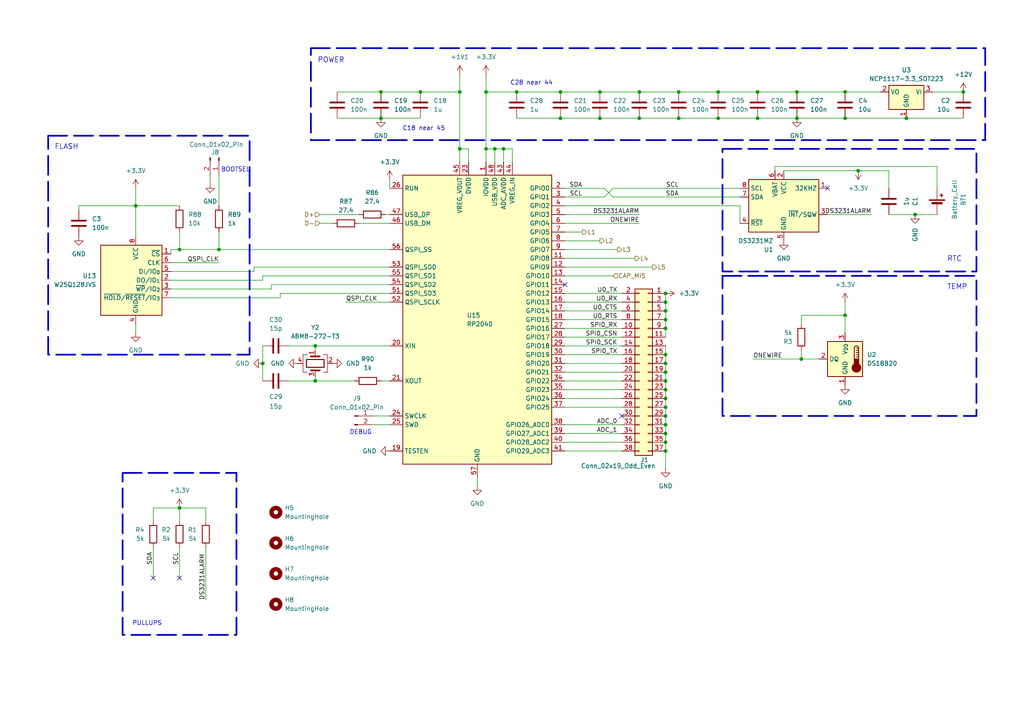
<source format=kicad_sch>
(kicad_sch (version 20250114) (generator "eeschema") (generator_version "9.0")
  (paper "A4")
  (title_block (title "6 digit nixie clock") (date "2025-04-11") (rev "0.1") (company "Tomas Kouba"))
  (lib_symbols
    (symbol "Connector:Conn_01x02_Pin" (pin_names (offset 1.016) (hide yes))
      (property "Reference" "J" (at 0 2.54 0))
      (property "Value" "Conn_01x02_Pin" (at 0 -5.08 0))
      (symbol "Conn_01x02_Pin_1_1"
        (rectangle (start 0.8636 0.127) (end 0 -0.127) (stroke (width 0.1524)) (fill (type outline)))
        (rectangle (start 0.8636 -2.413) (end 0 -2.667) (stroke (width 0.1524)) (fill (type outline)))
        (polyline (pts (xy 1.27 0) (xy 0.8636 0)) (stroke (width 0.1524)))
        (polyline (pts (xy 1.27 -2.54) (xy 0.8636 -2.54)) (stroke (width 0.1524)))
        (pin passive line (at 5.08 0 180) (length 3.81) (name "Pin_1") (number "1"))
        (pin passive line (at 5.08 -2.54 180) (length 3.81) (name "Pin_2") (number "2"))
      )
    )
    (symbol "Connector_Generic:Conn_02x19_Odd_Even" (pin_names (offset 1.016) (hide yes))
      (property "Reference" "J" (at 1.27 25.4 0))
      (property "Value" "Conn_02x19_Odd_Even" (at 1.27 -25.4 0))
      (symbol "Conn_02x19_Odd_Even_1_1"
        (rectangle (start -1.27 24.13) (end 3.81 -24.13) (stroke (width 0.254)) (fill (type background)))
        (rectangle (start -1.27 22.987) (end 0 22.733) (stroke (width 0.1524)))
        (rectangle (start -1.27 20.447) (end 0 20.193) (stroke (width 0.1524)))
        (rectangle (start -1.27 17.907) (end 0 17.653) (stroke (width 0.1524)))
        (rectangle (start -1.27 15.367) (end 0 15.113) (stroke (width 0.1524)))
        (rectangle (start -1.27 12.827) (end 0 12.573) (stroke (width 0.1524)))
        (rectangle (start -1.27 10.287) (end 0 10.033) (stroke (width 0.1524)))
        (rectangle (start -1.27 7.747) (end 0 7.493) (stroke (width 0.1524)))
        (rectangle (start -1.27 5.207) (end 0 4.953) (stroke (width 0.1524)))
        (rectangle (start -1.27 2.667) (end 0 2.413) (stroke (width 0.1524)))
        (rectangle (start -1.27 0.127) (end 0 -0.127) (stroke (width 0.1524)))
        (rectangle (start -1.27 -2.413) (end 0 -2.667) (stroke (width 0.1524)))
        (rectangle (start -1.27 -4.953) (end 0 -5.207) (stroke (width 0.1524)))
        (rectangle (start -1.27 -7.493) (end 0 -7.747) (stroke (width 0.1524)))
        (rectangle (start -1.27 -10.033) (end 0 -10.287) (stroke (width 0.1524)))
        (rectangle (start -1.27 -12.573) (end 0 -12.827) (stroke (width 0.1524)))
        (rectangle (start -1.27 -15.113) (end 0 -15.367) (stroke (width 0.1524)))
        (rectangle (start -1.27 -17.653) (end 0 -17.907) (stroke (width 0.1524)))
        (rectangle (start -1.27 -20.193) (end 0 -20.447) (stroke (width 0.1524)))
        (rectangle (start -1.27 -22.733) (end 0 -22.987) (stroke (width 0.1524)))
        (rectangle (start 3.81 22.987) (end 2.54 22.733) (stroke (width 0.1524)))
        (rectangle (start 3.81 20.447) (end 2.54 20.193) (stroke (width 0.1524)))
        (rectangle (start 3.81 17.907) (end 2.54 17.653) (stroke (width 0.1524)))
        (rectangle (start 3.81 15.367) (end 2.54 15.113) (stroke (width 0.1524)))
        (rectangle (start 3.81 12.827) (end 2.54 12.573) (stroke (width 0.1524)))
        (rectangle (start 3.81 10.287) (end 2.54 10.033) (stroke (width 0.1524)))
        (rectangle (start 3.81 7.747) (end 2.54 7.493) (stroke (width 0.1524)))
        (rectangle (start 3.81 5.207) (end 2.54 4.953) (stroke (width 0.1524)))
        (rectangle (start 3.81 2.667) (end 2.54 2.413) (stroke (width 0.1524)))
        (rectangle (start 3.81 0.127) (end 2.54 -0.127) (stroke (width 0.1524)))
        (rectangle (start 3.81 -2.413) (end 2.54 -2.667) (stroke (width 0.1524)))
        (rectangle (start 3.81 -4.953) (end 2.54 -5.207) (stroke (width 0.1524)))
        (rectangle (start 3.81 -7.493) (end 2.54 -7.747) (stroke (width 0.1524)))
        (rectangle (start 3.81 -10.033) (end 2.54 -10.287) (stroke (width 0.1524)))
        (rectangle (start 3.81 -12.573) (end 2.54 -12.827) (stroke (width 0.1524)))
        (rectangle (start 3.81 -15.113) (end 2.54 -15.367) (stroke (width 0.1524)))
        (rectangle (start 3.81 -17.653) (end 2.54 -17.907) (stroke (width 0.1524)))
        (rectangle (start 3.81 -20.193) (end 2.54 -20.447) (stroke (width 0.1524)))
        (rectangle (start 3.81 -22.733) (end 2.54 -22.987) (stroke (width 0.1524)))
        (pin passive line (at -5.08 22.86 0) (length 3.81) (name "Pin_1") (number "1"))
        (pin passive line (at -5.08 20.32 0) (length 3.81) (name "Pin_3") (number "3"))
        (pin passive line (at -5.08 17.78 0) (length 3.81) (name "Pin_5") (number "5"))
        (pin passive line (at -5.08 15.24 0) (length 3.81) (name "Pin_7") (number "7"))
        (pin passive line (at -5.08 12.7 0) (length 3.81) (name "Pin_9") (number "9"))
        (pin passive line (at -5.08 10.16 0) (length 3.81) (name "Pin_11") (number "11"))
        (pin passive line (at -5.08 7.62 0) (length 3.81) (name "Pin_13") (number "13"))
        (pin passive line (at -5.08 5.08 0) (length 3.81) (name "Pin_15") (number "15"))
        (pin passive line (at -5.08 2.54 0) (length 3.81) (name "Pin_17") (number "17"))
        (pin passive line (at -5.08 0 0) (length 3.81) (name "Pin_19") (number "19"))
        (pin passive line (at -5.08 -2.54 0) (length 3.81) (name "Pin_21") (number "21"))
        (pin passive line (at -5.08 -5.08 0) (length 3.81) (name "Pin_23") (number "23"))
        (pin passive line (at -5.08 -7.62 0) (length 3.81) (name "Pin_25") (number "25"))
        (pin passive line (at -5.08 -10.16 0) (length 3.81) (name "Pin_27") (number "27"))
        (pin passive line (at -5.08 -12.7 0) (length 3.81) (name "Pin_29") (number "29"))
        (pin passive line (at -5.08 -15.24 0) (length 3.81) (name "Pin_31") (number "31"))
        (pin passive line (at -5.08 -17.78 0) (length 3.81) (name "Pin_33") (number "33"))
        (pin passive line (at -5.08 -20.32 0) (length 3.81) (name "Pin_35") (number "35"))
        (pin passive line (at -5.08 -22.86 0) (length 3.81) (name "Pin_37") (number "37"))
        (pin passive line (at 7.62 22.86 180) (length 3.81) (name "Pin_2") (number "2"))
        (pin passive line (at 7.62 20.32 180) (length 3.81) (name "Pin_4") (number "4"))
        (pin passive line (at 7.62 17.78 180) (length 3.81) (name "Pin_6") (number "6"))
        (pin passive line (at 7.62 15.24 180) (length 3.81) (name "Pin_8") (number "8"))
        (pin passive line (at 7.62 12.7 180) (length 3.81) (name "Pin_10") (number "10"))
        (pin passive line (at 7.62 10.16 180) (length 3.81) (name "Pin_12") (number "12"))
        (pin passive line (at 7.62 7.62 180) (length 3.81) (name "Pin_14") (number "14"))
        (pin passive line (at 7.62 5.08 180) (length 3.81) (name "Pin_16") (number "16"))
        (pin passive line (at 7.62 2.54 180) (length 3.81) (name "Pin_18") (number "18"))
        (pin passive line (at 7.62 0 180) (length 3.81) (name "Pin_20") (number "20"))
        (pin passive line (at 7.62 -2.54 180) (length 3.81) (name "Pin_22") (number "22"))
        (pin passive line (at 7.62 -5.08 180) (length 3.81) (name "Pin_24") (number "24"))
        (pin passive line (at 7.62 -7.62 180) (length 3.81) (name "Pin_26") (number "26"))
        (pin passive line (at 7.62 -10.16 180) (length 3.81) (name "Pin_28") (number "28"))
        (pin passive line (at 7.62 -12.7 180) (length 3.81) (name "Pin_30") (number "30"))
        (pin passive line (at 7.62 -15.24 180) (length 3.81) (name "Pin_32") (number "32"))
        (pin passive line (at 7.62 -17.78 180) (length 3.81) (name "Pin_34") (number "34"))
        (pin passive line (at 7.62 -20.32 180) (length 3.81) (name "Pin_36") (number "36"))
        (pin passive line (at 7.62 -22.86 180) (length 3.81) (name "Pin_38") (number "38"))
      )
    )
    (symbol "Device:Battery_Cell" (pin_numbers (hide yes)) (pin_names (offset 0) (hide yes))
      (property "Reference" "BT" (at 2.54 2.54 0))
      (property "Value" "Battery_Cell" (at 2.54 0 0))
      (symbol "Battery_Cell_0_1"
        (rectangle (start -2.286 1.778) (end 2.286 1.524) (fill (type outline)))
        (rectangle (start -1.524 1.016) (end 1.524 0.508) (fill (type outline)))
        (polyline (pts (xy 0 1.778) (xy 0 2.54)))
        (polyline (pts (xy 0 0.762) (xy 0 0)))
        (polyline (pts (xy 0.762 3.048) (xy 1.778 3.048)) (stroke (width 0.254)))
        (polyline (pts (xy 1.27 3.556) (xy 1.27 2.54)) (stroke (width 0.254)))
      )
      (symbol "Battery_Cell_1_1"
        (pin passive line (at 0 5.08 270) (length 2.54) (name "+") (number "1"))
        (pin passive line (at 0 -2.54 90) (length 2.54) (name "-") (number "2"))
      )
    )
    (symbol "Device:C" (pin_numbers (hide yes)) (pin_names (offset 0.254))
      (property "Reference" "C" (at 0.635 2.54 0))
      (property "Value" "C" (at 0.635 -2.54 0))
      (symbol "C_0_1"
        (polyline (pts (xy -2.032 0.762) (xy 2.032 0.762)) (stroke (width 0.508)))
        (polyline (pts (xy -2.032 -0.762) (xy 2.032 -0.762)) (stroke (width 0.508)))
      )
      (symbol "C_1_1"
        (pin passive line (at 0 3.81 270) (length 2.794) (name "~") (number "1"))
        (pin passive line (at 0 -3.81 90) (length 2.794) (name "~") (number "2"))
      )
    )
    (symbol "Device:Crystal_GND24" (pin_names (offset 1.016) (hide yes))
      (property "Reference" "Y" (at 3.175 5.08 0))
      (property "Value" "Crystal_GND24" (at 3.175 3.175 0))
      (symbol "Crystal_GND24_0_1"
        (polyline (pts (xy -2.54 2.286) (xy -2.54 3.556) (xy 2.54 3.556) (xy 2.54 2.286)))
        (polyline (pts (xy -2.54 0) (xy -2.032 0)))
        (polyline (pts (xy -2.54 -2.286) (xy -2.54 -3.556) (xy 2.54 -3.556) (xy 2.54 -2.286)))
        (polyline (pts (xy -2.032 -1.27) (xy -2.032 1.27)) (stroke (width 0.508)))
        (rectangle (start -1.143 2.54) (end 1.143 -2.54) (stroke (width 0.3048)))
        (polyline (pts (xy 0 3.556) (xy 0 3.81)))
        (polyline (pts (xy 0 -3.81) (xy 0 -3.556)))
        (polyline (pts (xy 2.032 0) (xy 2.54 0)))
        (polyline (pts (xy 2.032 -1.27) (xy 2.032 1.27)) (stroke (width 0.508)))
      )
      (symbol "Crystal_GND24_1_1"
        (pin passive line (at -3.81 0 0) (length 1.27) (name "1") (number "1"))
        (pin passive line (at 0 5.08 270) (length 1.27) (name "2") (number "2"))
        (pin passive line (at 0 -5.08 90) (length 1.27) (name "4") (number "4"))
        (pin passive line (at 3.81 0 180) (length 1.27) (name "3") (number "3"))
      )
    )
    (symbol "Device:R" (pin_numbers (hide yes)) (pin_names (offset 0))
      (property "Reference" "R" (at 2.032 0 90))
      (property "Value" "R" (at 0 0 90))
      (symbol "R_0_1"
        (rectangle (start -1.016 -2.54) (end 1.016 2.54) (stroke (width 0.254)))
      )
      (symbol "R_1_1"
        (pin passive line (at 0 3.81 270) (length 1.27) (name "~") (number "1"))
        (pin passive line (at 0 -3.81 90) (length 1.27) (name "~") (number "2"))
      )
    )
    (symbol "MCU_RaspberryPi:RP2040"
      (property "Reference" "U" (at 17.78 45.72 0))
      (property "Value" "RP2040" (at 17.78 43.18 0))
      (symbol "RP2040_0_1"
        (rectangle (start -21.59 41.91) (end 21.59 -41.91) (stroke (width 0.254)) (fill (type background)))
      )
      (symbol "RP2040_1_1"
        (pin input line (at -25.4 38.1 0) (length 3.81) (name "RUN") (number "26"))
        (pin bidirectional line (at -25.4 30.48 0) (length 3.81) (name "USB_DP") (number "47"))
        (pin bidirectional line (at -25.4 27.94 0) (length 3.81) (name "USB_DM") (number "46"))
        (pin bidirectional line (at -25.4 20.32 0) (length 3.81) (name "QSPI_SS") (number "56"))
        (pin bidirectional line (at -25.4 15.24 0) (length 3.81) (name "QSPI_SD0") (number "53"))
        (pin bidirectional line (at -25.4 12.7 0) (length 3.81) (name "QSPI_SD1") (number "55"))
        (pin bidirectional line (at -25.4 10.16 0) (length 3.81) (name "QSPI_SD2") (number "54"))
        (pin bidirectional line (at -25.4 7.62 0) (length 3.81) (name "QSPI_SD3") (number "51"))
        (pin output line (at -25.4 5.08 0) (length 3.81) (name "QSPI_SCLK") (number "52"))
        (pin input line (at -25.4 -7.62 0) (length 3.81) (name "XIN") (number "20"))
        (pin passive line (at -25.4 -17.78 0) (length 3.81) (name "XOUT") (number "21"))
        (pin input line (at -25.4 -27.94 0) (length 3.81) (name "SWCLK") (number "24"))
        (pin bidirectional line (at -25.4 -30.48 0) (length 3.81) (name "SWD") (number "25"))
        (pin input line (at -25.4 -38.1 0) (length 3.81) (name "TESTEN") (number "19"))
        (pin power_out line (at -5.08 45.72 270) (length 3.81) (name "VREG_VOUT") (number "45"))
        (pin power_in line (at -2.54 45.72 270) (length 3.81) (name "DVDD") (number "23"))
        (pin passive line (at -2.54 45.72 270) (length 3.81) (hide yes) (name "DVDD") (number "50"))
        (pin power_in line (at 0 -45.72 90) (length 3.81) (name "GND") (number "57"))
        (pin power_in line (at 2.54 45.72 270) (length 3.81) (name "IOVDD") (number "1"))
        (pin passive line (at 2.54 45.72 270) (length 3.81) (hide yes) (name "IOVDD") (number "10"))
        (pin passive line (at 2.54 45.72 270) (length 3.81) (hide yes) (name "IOVDD") (number "22"))
        (pin passive line (at 2.54 45.72 270) (length 3.81) (hide yes) (name "IOVDD") (number "33"))
        (pin passive line (at 2.54 45.72 270) (length 3.81) (hide yes) (name "IOVDD") (number "42"))
        (pin passive line (at 2.54 45.72 270) (length 3.81) (hide yes) (name "IOVDD") (number "49"))
        (pin power_in line (at 5.08 45.72 270) (length 3.81) (name "USB_VDD") (number "48"))
        (pin power_in line (at 7.62 45.72 270) (length 3.81) (name "ADC_AVDD") (number "43"))
        (pin power_in line (at 10.16 45.72 270) (length 3.81) (name "VREG_IN") (number "44"))
        (pin bidirectional line (at 25.4 38.1 180) (length 3.81) (name "GPIO0") (number "2"))
        (pin bidirectional line (at 25.4 35.56 180) (length 3.81) (name "GPIO1") (number "3"))
        (pin bidirectional line (at 25.4 33.02 180) (length 3.81) (name "GPIO2") (number "4"))
        (pin bidirectional line (at 25.4 30.48 180) (length 3.81) (name "GPIO3") (number "5"))
        (pin bidirectional line (at 25.4 27.94 180) (length 3.81) (name "GPIO4") (number "6"))
        (pin bidirectional line (at 25.4 25.4 180) (length 3.81) (name "GPIO5") (number "7"))
        (pin bidirectional line (at 25.4 22.86 180) (length 3.81) (name "GPIO6") (number "8"))
        (pin bidirectional line (at 25.4 20.32 180) (length 3.81) (name "GPIO7") (number "9"))
        (pin bidirectional line (at 25.4 17.78 180) (length 3.81) (name "GPIO8") (number "11"))
        (pin bidirectional line (at 25.4 15.24 180) (length 3.81) (name "GPIO9") (number "12"))
        (pin bidirectional line (at 25.4 12.7 180) (length 3.81) (name "GPIO10") (number "13"))
        (pin bidirectional line (at 25.4 10.16 180) (length 3.81) (name "GPIO11") (number "14"))
        (pin bidirectional line (at 25.4 7.62 180) (length 3.81) (name "GPIO12") (number "15"))
        (pin bidirectional line (at 25.4 5.08 180) (length 3.81) (name "GPIO13") (number "16"))
        (pin bidirectional line (at 25.4 2.54 180) (length 3.81) (name "GPIO14") (number "17"))
        (pin bidirectional line (at 25.4 0 180) (length 3.81) (name "GPIO15") (number "18"))
        (pin bidirectional line (at 25.4 -2.54 180) (length 3.81) (name "GPIO16") (number "27"))
        (pin bidirectional line (at 25.4 -5.08 180) (length 3.81) (name "GPIO17") (number "28"))
        (pin bidirectional line (at 25.4 -7.62 180) (length 3.81) (name "GPIO18") (number "29"))
        (pin bidirectional line (at 25.4 -10.16 180) (length 3.81) (name "GPIO19") (number "30"))
        (pin bidirectional line (at 25.4 -12.7 180) (length 3.81) (name "GPIO20") (number "31"))
        (pin bidirectional line (at 25.4 -15.24 180) (length 3.81) (name "GPIO21") (number "32"))
        (pin bidirectional line (at 25.4 -17.78 180) (length 3.81) (name "GPIO22") (number "34"))
        (pin bidirectional line (at 25.4 -20.32 180) (length 3.81) (name "GPIO23") (number "35"))
        (pin bidirectional line (at 25.4 -22.86 180) (length 3.81) (name "GPIO24") (number "36"))
        (pin bidirectional line (at 25.4 -25.4 180) (length 3.81) (name "GPIO25") (number "37"))
        (pin bidirectional line (at 25.4 -30.48 180) (length 3.81) (name "GPIO26_ADC0") (number "38"))
        (pin bidirectional line (at 25.4 -33.02 180) (length 3.81) (name "GPIO27_ADC1") (number "39"))
        (pin bidirectional line (at 25.4 -35.56 180) (length 3.81) (name "GPIO28_ADC2") (number "40"))
        (pin bidirectional line (at 25.4 -38.1 180) (length 3.81) (name "GPIO29_ADC3") (number "41"))
      )
    )
    (symbol "Mechanical:MountingHole" (pin_names (offset 1.016)) (exclude_from_sim yes) (in_bom no)
      (property "Reference" "H" (at 0 5.08 0))
      (property "Value" "MountingHole" (at 0 3.175 0))
      (symbol "MountingHole_0_1"
        (circle (center 0 0) (radius 1.27) (stroke (width 1.27)))
      )
    )
    (symbol "Memory_Flash:W25Q128JVS"
      (property "Reference" "U" (at -6.35 11.43 0))
      (property "Value" "W25Q128JVS" (at 7.62 11.43 0))
      (symbol "W25Q128JVS_0_1"
        (rectangle (start -7.62 10.16) (end 10.16 -10.16) (stroke (width 0.254)) (fill (type background)))
      )
      (symbol "W25Q128JVS_1_1"
        (pin input line (at -10.16 7.62 0) (length 2.54) (name "~{CS}") (number "1"))
        (pin input line (at -10.16 5.08 0) (length 2.54) (name "CLK") (number "6"))
        (pin bidirectional line (at -10.16 2.54 0) (length 2.54) (name "DI/IO_{0}") (number "5"))
        (pin bidirectional line (at -10.16 0 0) (length 2.54) (name "DO/IO_{1}") (number "2"))
        (pin bidirectional line (at -10.16 -2.54 0) (length 2.54) (name "~{WP}/IO_{2}") (number "3"))
        (pin bidirectional line (at -10.16 -5.08 0) (length 2.54) (name "~{HOLD}/~{RESET}/IO_{3}") (number "7"))
        (pin power_in line (at 0 12.7 270) (length 2.54) (name "VCC") (number "8"))
        (pin power_in line (at 0 -12.7 90) (length 2.54) (name "GND") (number "4"))
      )
    )
    (symbol "Regulator_Linear:NCP1117-3.3_SOT223"
      (property "Reference" "U" (at -3.81 3.175 0))
      (property "Value" "NCP1117-3.3_SOT223" (at 0 3.175 0))
      (symbol "NCP1117-3.3_SOT223_0_1"
        (rectangle (start -5.08 -5.08) (end 5.08 1.905) (stroke (width 0.254)) (fill (type background)))
      )
      (symbol "NCP1117-3.3_SOT223_1_1"
        (pin power_in line (at -7.62 0 0) (length 2.54) (name "VI") (number "3"))
        (pin power_in line (at 0 -7.62 90) (length 2.54) (name "GND") (number "1"))
        (pin power_out line (at 7.62 0 180) (length 2.54) (name "VO") (number "2"))
      )
    )
    (symbol "Sensor_Temperature:DS18B20"
      (property "Reference" "U" (at -3.81 6.35 0))
      (property "Value" "DS18B20" (at 6.35 6.35 0))
      (symbol "DS18B20_0_1"
        (rectangle (start -5.08 5.08) (end 5.08 -5.08) (stroke (width 0.254)) (fill (type background)))
        (polyline (pts (xy -3.937 3.175) (xy -3.937 0)) (stroke (width 0.254)))
        (polyline (pts (xy -3.937 3.175) (xy -3.302 3.175)) (stroke (width 0.254)))
        (polyline (pts (xy -3.937 2.54) (xy -3.302 2.54)) (stroke (width 0.254)))
        (polyline (pts (xy -3.937 1.905) (xy -3.302 1.905)) (stroke (width 0.254)))
        (polyline (pts (xy -3.937 1.27) (xy -3.302 1.27)) (stroke (width 0.254)))
        (polyline (pts (xy -3.937 0.635) (xy -3.302 0.635)) (stroke (width 0.254)))
        (arc (start -3.937 3.175) (mid -3.302 3.8073) (end -2.667 3.175) (stroke (width 0.254)))
        (circle (center -3.302 -2.54) (radius 1.27) (stroke (width 0.254)) (fill (type outline)))
        (polyline (pts (xy -2.667 3.175) (xy -2.667 0)) (stroke (width 0.254)))
        (rectangle (start -2.667 -1.905) (end -3.937 0) (stroke (width 0.254)) (fill (type outline)))
      )
      (symbol "DS18B20_1_1"
        (pin power_in line (at 0 7.62 270) (length 2.54) (name "V_{DD}") (number "3"))
        (pin power_in line (at 0 -7.62 90) (length 2.54) (name "GND") (number "1"))
        (pin bidirectional line (at 7.62 0 180) (length 2.54) (name "DQ") (number "2"))
      )
    )
    (symbol "Timer_RTC:DS3231MZ"
      (property "Reference" "U" (at -7.62 8.89 0))
      (property "Value" "DS3231MZ" (at 11.43 8.89 0))
      (symbol "DS3231MZ_0_1"
        (rectangle (start -10.16 7.62) (end 10.16 -7.62) (stroke (width 0.254)) (fill (type background)))
      )
      (symbol "DS3231MZ_1_1"
        (pin input line (at -12.7 5.08 0) (length 2.54) (name "SCL") (number "8"))
        (pin bidirectional line (at -12.7 2.54 0) (length 2.54) (name "SDA") (number "7"))
        (pin bidirectional line (at -12.7 -5.08 0) (length 2.54) (name "~{RST}") (number "4"))
        (pin power_in line (at -2.54 10.16 270) (length 2.54) (name "VBAT") (number "6"))
        (pin power_in line (at 0 10.16 270) (length 2.54) (name "VCC") (number "2"))
        (pin power_in line (at 0 -10.16 90) (length 2.54) (name "GND") (number "5"))
        (pin open_collector line (at 12.7 5.08 180) (length 2.54) (name "32KHZ") (number "1"))
        (pin open_collector line (at 12.7 -2.54 180) (length 2.54) (name "~{INT}/SQW") (number "3"))
      )
    )
    (symbol "power:+12V" (power) (pin_numbers (hide yes)) (pin_names (offset 0) (hide yes))
      (property "Value" "+12V" (at 0 3.556 0))
      (symbol "+12V_0_1"
        (polyline (pts (xy -0.762 1.27) (xy 0 2.54)))
        (polyline (pts (xy 0 2.54) (xy 0.762 1.27)))
        (polyline (pts (xy 0 0) (xy 0 2.54)))
      )
      (symbol "+12V_1_1"
        (pin power_in line (at 0 0 90) (length 0) (name "~") (number "1"))
      )
    )
    (symbol "power:+1V1" (power) (pin_numbers (hide yes)) (pin_names (offset 0) (hide yes))
      (property "Value" "+1V1" (at 0 3.556 0))
      (symbol "+1V1_0_1"
        (polyline (pts (xy -0.762 1.27) (xy 0 2.54)))
        (polyline (pts (xy 0 2.54) (xy 0.762 1.27)))
        (polyline (pts (xy 0 0) (xy 0 2.54)))
      )
      (symbol "+1V1_1_1"
        (pin power_in line (at 0 0 90) (length 0) (name "~") (number "1"))
      )
    )
    (symbol "power:+3.3V" (power) (pin_numbers (hide yes)) (pin_names (offset 0) (hide yes))
      (property "Value" "+3.3V" (at 0 3.556 0))
      (symbol "+3.3V_0_1"
        (polyline (pts (xy -0.762 1.27) (xy 0 2.54)))
        (polyline (pts (xy 0 2.54) (xy 0.762 1.27)))
        (polyline (pts (xy 0 0) (xy 0 2.54)))
      )
      (symbol "+3.3V_1_1"
        (pin power_in line (at 0 0 90) (length 0) (name "~") (number "1"))
      )
    )
    (symbol "power:GND" (power) (pin_numbers (hide yes)) (pin_names (offset 0) (hide yes))
      (property "Value" "GND" (at 0 -3.81 0))
      (symbol "GND_0_1"
        (polyline (pts (xy 0 0) (xy 0 -1.27) (xy 1.27 -1.27) (xy 0 -2.54) (xy -1.27 -1.27) (xy 0 -1.27)))
      )
      (symbol "GND_1_1"
        (pin power_in line (at 0 0 270) (length 0) (name "~") (number "1"))
      )
    )
  )
  (rectangle (start 90.17 13.97) (end 285.75 40.64) (stroke (width 0.5) (type dash)))
  (rectangle (start 209.55 80.01) (end 283.21 120.65) (stroke (width 0.5) (type dash)))
  (rectangle (start 35.56 137.16) (end 68.58 184.15) (stroke (width 0.5) (type dash)))
  (rectangle (start 13.97 39.37) (end 72.39 102.87) (stroke (width 0.5) (type dash)))
  (rectangle (start 209.55 43.18) (end 283.21 78.74) (stroke (width 0.5) (type dash)))
  (text "BOOTSEL" (at 68.326 49.276 0) (effects (font (size 1.27 1.27))))
  (text "RTC" (at 276.86 75.184 0) (effects (font (size 1.5 1.5))))
  (text "PULLUPS" (at 42.672 180.848 0) (effects (font (size 1.27 1.27))))
  (text "C28 near 44" (at 154.178 24.13 0) (effects (font (size 1.27 1.27))))
  (text "C18 near 45" (at 122.936 37.338 0) (effects (font (size 1.27 1.27))))
  (text "FLASH" (at 19.304 42.672 0) (effects (font (size 1.5 1.5))))
  (text "TEMP" (at 277.622 83.312 0) (effects (font (size 1.5 1.5))))
  (text "DEBUG" (at 104.648 125.476 0) (effects (font (size 1.27 1.27))))
  (text "POWER" (at 96.012 17.526 0) (effects (font (size 1.5 1.5))))
  (junction (at 193.04 123.19))
  (junction (at 133.35 26.67))
  (junction (at 173.99 34.29))
  (junction (at 279.4 26.67))
  (junction (at 63.5 72.39))
  (junction (at 193.04 87.63))
  (junction (at 193.04 95.25))
  (junction (at 162.56 26.67))
  (junction (at 193.04 125.73))
  (junction (at 110.49 26.67))
  (junction (at 39.37 59.69))
  (junction (at 193.04 110.49))
  (junction (at 162.56 34.29))
  (junction (at 121.92 26.67))
  (junction (at 193.04 92.71))
  (junction (at 52.07 147.32))
  (junction (at 140.97 26.67))
  (junction (at 193.04 105.41))
  (junction (at 193.04 85.09))
  (junction (at 248.92 49.53))
  (junction (at 91.44 110.49))
  (junction (at 196.85 34.29))
  (junction (at 140.97 43.18))
  (junction (at 133.35 43.18))
  (junction (at 231.14 34.29))
  (junction (at 245.11 34.29))
  (junction (at 208.28 34.29))
  (junction (at 193.04 118.11))
  (junction (at 193.04 115.57))
  (junction (at 91.44 100.33))
  (junction (at 193.04 130.81))
  (junction (at 110.49 34.29))
  (junction (at 185.42 26.67))
  (junction (at 146.05 43.18))
  (junction (at 219.71 34.29))
  (junction (at 193.04 107.95))
  (junction (at 193.04 102.87))
  (junction (at 52.07 72.39))
  (junction (at 219.71 26.67))
  (junction (at 143.51 43.18))
  (junction (at 262.89 34.29))
  (junction (at 245.11 26.67))
  (junction (at 193.04 90.17))
  (junction (at 173.99 26.67))
  (junction (at 149.86 26.67))
  (junction (at 76.2 105.41))
  (junction (at 196.85 26.67))
  (junction (at 193.04 128.27))
  (junction (at 231.14 26.67))
  (junction (at 245.11 91.44))
  (junction (at 265.43 62.23))
  (junction (at 232.41 104.14))
  (junction (at 193.04 113.03))
  (junction (at 208.28 26.67))
  (junction (at 185.42 34.29))
  (junction (at 193.04 120.65))
  (no_connect (at 52.07 167.64))
  (no_connect (at 180.34 120.65))
  (no_connect (at 163.83 82.55))
  (no_connect (at 240.03 54.61))
  (no_connect (at 44.45 167.64))
  (wire (pts (xy 193.04 113.03) (xy 193.04 115.57)))
  (wire (pts (xy 163.83 92.71) (xy 180.34 92.71)))
  (wire (pts (xy 177.8 54.61) (xy 175.26 57.15)))
  (wire (pts (xy 163.83 57.15) (xy 175.26 57.15)))
  (wire (pts (xy 83.82 110.49) (xy 91.44 110.49)))
  (wire (pts (xy 140.97 21.59) (xy 140.97 26.67)))
  (wire (pts (xy 193.04 105.41) (xy 193.04 107.95)))
  (wire (pts (xy 91.44 101.6) (xy 91.44 100.33)))
  (wire (pts (xy 208.28 26.67) (xy 219.71 26.67)))
  (wire (pts (xy 140.97 26.67) (xy 149.86 26.67)))
  (wire (pts (xy 44.45 147.32) (xy 52.07 147.32)))
  (wire (pts (xy 224.79 48.26) (xy 271.78 48.26)))
  (wire (pts (xy 39.37 54.61) (xy 39.37 59.69)))
  (wire (pts (xy 163.83 90.17) (xy 180.34 90.17)))
  (wire (pts (xy 193.04 90.17) (xy 193.04 92.71)))
  (wire (pts (xy 193.04 125.73) (xy 193.04 128.27)))
  (wire (pts (xy 22.86 59.69) (xy 39.37 59.69)))
  (wire (pts (xy 60.96 50.8) (xy 60.96 53.34)))
  (wire (pts (xy 49.53 83.82) (xy 78.74 83.82)))
  (wire (pts (xy 185.42 34.29) (xy 196.85 34.29)))
  (wire (pts (xy 110.49 26.67) (xy 121.92 26.67)))
  (wire (pts (xy 81.28 85.09) (xy 81.28 86.36)))
  (wire (pts (xy 193.04 85.09) (xy 193.04 87.63)))
  (wire (pts (xy 133.35 26.67) (xy 133.35 43.18)))
  (wire (pts (xy 237.49 104.14) (xy 232.41 104.14)))
  (wire (pts (xy 78.74 82.55) (xy 113.03 82.55)))
  (wire (pts (xy 149.86 34.29) (xy 162.56 34.29)))
  (wire (pts (xy 59.69 158.75) (xy 59.69 173.99)))
  (wire (pts (xy 52.07 72.39) (xy 63.5 72.39)))
  (wire (pts (xy 81.28 86.36) (xy 49.53 86.36)))
  (wire (pts (xy 148.59 43.18) (xy 146.05 43.18)))
  (wire (pts (xy 121.92 26.67) (xy 133.35 26.67)))
  (wire (pts (xy 163.83 77.47) (xy 189.23 77.47)))
  (wire (pts (xy 143.51 43.18) (xy 146.05 43.18)))
  (wire (pts (xy 49.53 72.39) (xy 52.07 72.39)))
  (wire (pts (xy 214.63 59.69) (xy 214.63 64.77)))
  (wire (pts (xy 163.83 105.41) (xy 180.34 105.41)))
  (wire (pts (xy 113.03 52.07) (xy 113.03 54.61)))
  (wire (pts (xy 163.83 128.27) (xy 180.34 128.27)))
  (wire (pts (xy 232.41 93.98) (xy 232.41 91.44)))
  (wire (pts (xy 49.53 81.28) (xy 76.2 81.28)))
  (wire (pts (xy 163.83 54.61) (xy 175.26 54.61)))
  (wire (pts (xy 219.71 26.67) (xy 231.14 26.67)))
  (wire (pts (xy 146.05 46.99) (xy 146.05 43.18)))
  (wire (pts (xy 163.83 97.79) (xy 180.34 97.79)))
  (wire (pts (xy 73.66 77.47) (xy 113.03 77.47)))
  (wire (pts (xy 91.44 100.33) (xy 113.03 100.33)))
  (wire (pts (xy 78.74 83.82) (xy 78.74 82.55)))
  (wire (pts (xy 257.81 62.23) (xy 265.43 62.23)))
  (wire (pts (xy 163.83 74.93) (xy 184.15 74.93)))
  (wire (pts (xy 49.53 72.39) (xy 49.53 73.66)))
  (wire (pts (xy 76.2 105.41) (xy 76.2 110.49)))
  (wire (pts (xy 163.83 130.81) (xy 180.34 130.81)))
  (wire (pts (xy 140.97 26.67) (xy 140.97 43.18)))
  (wire (pts (xy 163.83 118.11) (xy 180.34 118.11)))
  (wire (pts (xy 63.5 50.8) (xy 63.5 59.69)))
  (wire (pts (xy 104.14 64.77) (xy 113.03 64.77)))
  (wire (pts (xy 193.04 115.57) (xy 193.04 118.11)))
  (wire (pts (xy 163.83 72.39) (xy 179.07 72.39)))
  (wire (pts (xy 163.83 64.77) (xy 185.42 64.77)))
  (wire (pts (xy 240.03 62.23) (xy 252.73 62.23)))
  (wire (pts (xy 193.04 120.65) (xy 193.04 123.19)))
  (wire (pts (xy 107.95 120.65) (xy 113.03 120.65)))
  (wire (pts (xy 133.35 43.18) (xy 133.35 46.99)))
  (wire (pts (xy 63.5 72.39) (xy 113.03 72.39)))
  (wire (pts (xy 135.89 43.18) (xy 133.35 43.18)))
  (wire (pts (xy 193.04 87.63) (xy 193.04 90.17)))
  (wire (pts (xy 245.11 34.29) (xy 262.89 34.29)))
  (wire (pts (xy 39.37 93.98) (xy 39.37 96.52)))
  (wire (pts (xy 173.99 26.67) (xy 185.42 26.67)))
  (wire (pts (xy 163.83 62.23) (xy 185.42 62.23)))
  (wire (pts (xy 193.04 107.95) (xy 193.04 110.49)))
  (wire (pts (xy 231.14 34.29) (xy 245.11 34.29)))
  (wire (pts (xy 163.83 100.33) (xy 180.34 100.33)))
  (wire (pts (xy 104.14 62.23) (xy 92.71 62.23)))
  (wire (pts (xy 177.8 54.61) (xy 214.63 54.61)))
  (wire (pts (xy 257.81 49.53) (xy 248.92 49.53)))
  (wire (pts (xy 271.78 48.26) (xy 271.78 54.61)))
  (wire (pts (xy 163.83 113.03) (xy 180.34 113.03)))
  (wire (pts (xy 73.66 78.74) (xy 73.66 77.47)))
  (wire (pts (xy 163.83 87.63) (xy 180.34 87.63)))
  (wire (pts (xy 76.2 100.33) (xy 76.2 105.41)))
  (wire (pts (xy 193.04 95.25) (xy 193.04 97.79)))
  (wire (pts (xy 143.51 43.18) (xy 140.97 43.18)))
  (wire (pts (xy 271.78 62.23) (xy 265.43 62.23)))
  (wire (pts (xy 196.85 26.67) (xy 208.28 26.67)))
  (wire (pts (xy 193.04 92.71) (xy 193.04 95.25)))
  (wire (pts (xy 245.11 91.44) (xy 245.11 96.52)))
  (wire (pts (xy 49.53 78.74) (xy 73.66 78.74)))
  (wire (pts (xy 39.37 59.69) (xy 39.37 68.58)))
  (wire (pts (xy 138.43 138.43) (xy 138.43 140.97)))
  (wire (pts (xy 245.11 87.63) (xy 245.11 91.44)))
  (wire (pts (xy 22.86 60.96) (xy 22.86 59.69)))
  (wire (pts (xy 83.82 100.33) (xy 91.44 100.33)))
  (wire (pts (xy 279.4 26.67) (xy 270.51 26.67)))
  (wire (pts (xy 163.83 123.19) (xy 180.34 123.19)))
  (wire (pts (xy 59.69 147.32) (xy 52.07 147.32)))
  (wire (pts (xy 92.71 64.77) (xy 96.52 64.77)))
  (wire (pts (xy 193.04 118.11) (xy 193.04 120.65)))
  (wire (pts (xy 163.83 110.49) (xy 180.34 110.49)))
  (wire (pts (xy 232.41 91.44) (xy 245.11 91.44)))
  (wire (pts (xy 232.41 104.14) (xy 232.41 101.6)))
  (wire (pts (xy 163.83 102.87) (xy 180.34 102.87)))
  (wire (pts (xy 110.49 34.29) (xy 121.92 34.29)))
  (wire (pts (xy 111.76 62.23) (xy 113.03 62.23)))
  (wire (pts (xy 279.4 34.29) (xy 262.89 34.29)))
  (wire (pts (xy 44.45 158.75) (xy 44.45 167.64)))
  (wire (pts (xy 140.97 43.18) (xy 140.97 46.99)))
  (wire (pts (xy 185.42 26.67) (xy 196.85 26.67)))
  (wire (pts (xy 110.49 110.49) (xy 113.03 110.49)))
  (wire (pts (xy 163.83 85.09) (xy 180.34 85.09)))
  (wire (pts (xy 193.04 130.81) (xy 193.04 135.89)))
  (wire (pts (xy 76.2 81.28) (xy 76.2 80.01)))
  (wire (pts (xy 193.04 123.19) (xy 193.04 125.73)))
  (wire (pts (xy 100.33 87.63) (xy 113.03 87.63)))
  (wire (pts (xy 208.28 34.29) (xy 219.71 34.29)))
  (wire (pts (xy 63.5 67.31) (xy 63.5 72.39)))
  (wire (pts (xy 148.59 46.99) (xy 148.59 43.18)))
  (wire (pts (xy 97.79 34.29) (xy 110.49 34.29)))
  (wire (pts (xy 175.26 54.61) (xy 177.8 57.15)))
  (wire (pts (xy 218.44 104.14) (xy 232.41 104.14)))
  (wire (pts (xy 52.07 67.31) (xy 52.07 72.39)))
  (wire (pts (xy 52.07 147.32) (xy 52.07 151.13)))
  (wire (pts (xy 193.04 102.87) (xy 193.04 105.41)))
  (wire (pts (xy 163.83 125.73) (xy 180.34 125.73)))
  (wire (pts (xy 143.51 46.99) (xy 143.51 43.18)))
  (wire (pts (xy 76.2 80.01) (xy 113.03 80.01)))
  (wire (pts (xy 162.56 26.67) (xy 173.99 26.67)))
  (wire (pts (xy 81.28 85.09) (xy 113.03 85.09)))
  (wire (pts (xy 193.04 128.27) (xy 193.04 130.81)))
  (wire (pts (xy 231.14 26.67) (xy 245.11 26.67)))
  (wire (pts (xy 193.04 100.33) (xy 193.04 102.87)))
  (wire (pts (xy 39.37 59.69) (xy 52.07 59.69)))
  (wire (pts (xy 193.04 110.49) (xy 193.04 113.03)))
  (wire (pts (xy 59.69 151.13) (xy 59.69 147.32)))
  (wire (pts (xy 97.79 26.67) (xy 110.49 26.67)))
  (wire (pts (xy 219.71 34.29) (xy 231.14 34.29)))
  (wire (pts (xy 149.86 26.67) (xy 162.56 26.67)))
  (wire (pts (xy 173.99 34.29) (xy 185.42 34.29)))
  (wire (pts (xy 91.44 110.49) (xy 91.44 109.22)))
  (wire (pts (xy 224.79 49.53) (xy 224.79 48.26)))
  (wire (pts (xy 248.92 49.53) (xy 227.33 49.53)))
  (wire (pts (xy 257.81 54.61) (xy 257.81 49.53)))
  (wire (pts (xy 49.53 76.2) (xy 63.5 76.2)))
  (wire (pts (xy 162.56 34.29) (xy 173.99 34.29)))
  (wire (pts (xy 44.45 151.13) (xy 44.45 147.32)))
  (wire (pts (xy 196.85 34.29) (xy 208.28 34.29)))
  (wire (pts (xy 107.95 123.19) (xy 113.03 123.19)))
  (wire (pts (xy 52.07 158.75) (xy 52.07 167.64)))
  (wire (pts (xy 163.83 95.25) (xy 180.34 95.25)))
  (wire (pts (xy 163.83 115.57) (xy 180.34 115.57)))
  (wire (pts (xy 177.8 57.15) (xy 214.63 57.15)))
  (wire (pts (xy 245.11 26.67) (xy 255.27 26.67)))
  (wire (pts (xy 135.89 46.99) (xy 135.89 43.18)))
  (wire (pts (xy 163.83 69.85) (xy 173.99 69.85)))
  (wire (pts (xy 133.35 21.59) (xy 133.35 26.67)))
  (wire (pts (xy 163.83 67.31) (xy 168.91 67.31)))
  (wire (pts (xy 163.83 80.01) (xy 177.8 80.01)))
  (wire (pts (xy 91.44 110.49) (xy 102.87 110.49)))
  (wire (pts (xy 163.83 107.95) (xy 180.34 107.95)))
  (wire (pts (xy 163.83 59.69) (xy 214.63 59.69)))
  (label "DS3231ALARM" (at 59.69 173.99 90))
  (label "ONEWIRE" (at 185.42 64.77 180))
  (label "SCL" (at 168.91 57.15 180))
  (label "U0_RX" (at 179.07 87.63 180))
  (label "SDA" (at 44.45 163.83 90))
  (label "DS3231ALARM" (at 185.42 62.23 180))
  (label "SPI0_CSN" (at 179.07 97.79 180))
  (label "U0_CTS" (at 179.07 90.17 180))
  (label "ONEWIRE" (at 218.44 104.14 0))
  (label "SPI0_SCK" (at 179.07 100.33 180))
  (label "U0_TX" (at 179.07 85.09 180))
  (label "SCL" (at 196.85 54.61 180))
  (label "SPI0_RX" (at 179.07 95.25 180))
  (label "U0_RTS" (at 179.07 92.71 180))
  (label "ADC_1" (at 179.07 125.73 180))
  (label "QSPI_CLK" (at 100.33 87.63 0))
  (label "ADC_0" (at 179.07 123.19 180))
  (label "SDA" (at 168.91 54.61 180))
  (label "SCL" (at 52.07 163.83 90))
  (label "DS3231ALARM" (at 252.73 62.23 180))
  (label "SPI0_TX" (at 179.07 102.87 180))
  (label "QSPI_CLK" (at 63.5 76.2 180))
  (label "SDA" (at 196.85 57.15 180))
  (hierarchical_label "D-" (shape input) (at 92.71 64.77 180))
  (hierarchical_label "L5" (shape output) (at 189.23 77.47 0))
  (hierarchical_label "L3" (shape output) (at 179.07 72.39 0))
  (hierarchical_label "L1" (shape output) (at 168.91 67.31 0))
  (hierarchical_label "L2" (shape output) (at 173.99 69.85 0))
  (hierarchical_label "D+" (shape input) (at 92.71 62.23 180))
  (hierarchical_label "L4" (shape output) (at 184.15 74.93 0))
  (hierarchical_label "CAP_MIS" (shape input) (at 177.8 80.01 0))
  (symbol (lib_id "Device:R") (at 44.45 154.94 0) (mirror y) (unit 1)
    (property "Reference" "R4" (at 41.91 153.6699 0) (effects (justify left)))
    (property "Value" "5k" (at 41.91 156.2099 0) (effects (justify left)))
    (property "Footprint" "Resistor_SMD:R_0805_2012Metric" (effects (hide yes)))
    (property "Description" "Resistor" (effects (hide yes)))
  )
  (symbol (lib_id "power:GND") (at 227.33 69.85 0) (unit 1)
    (property "Reference" "#PWR02" (effects (hide yes)))
    (property "Value" "GND" (at 227.33 74.93 0))
    (property "Description" "Power symbol creates a global label with name \"GND\" , ground" (effects (hide yes)))
  )
  (symbol (lib_id "Mechanical:MountingHole") (at 80.01 157.48 0) (unit 1) (exclude_from_sim yes) (in_bom no)
    (property "Reference" "H6" (at 82.55 156.2099 0) (effects (justify left)))
    (property "Value" "MountingHole" (at 82.55 158.7499 0) (effects (justify left)))
    (property "Footprint" "MountingHole:MountingHole_3.2mm_M3" (effects (hide yes)))
    (property "Description" "Mounting Hole without connection" (effects (hide yes)))
  )
  (symbol (lib_id "power:+3.3V") (at 52.07 147.32 0) (mirror y) (unit 1)
    (property "Reference" "#PWR07" (effects (hide yes)))
    (property "Value" "+3.3V" (at 52.07 142.24 0))
    (property "Description" "Power symbol creates a global label with name \"+3.3V\"" (effects (hide yes)))
  )
  (symbol (lib_id "power:+3.3V") (at 248.92 49.53 180) (unit 1)
    (property "Reference" "#PWR062" (effects (hide yes)))
    (property "Value" "+3.3V" (at 248.92 54.61 0))
    (property "Description" "Power symbol creates a global label with name \"+3.3V\"" (effects (hide yes)))
  )
  (symbol (lib_id "Device:C") (at 245.11 30.48 0) (unit 1)
    (property "Reference" "C4" (at 248.92 29.2099 0) (effects (justify left)))
    (property "Value" "10u" (at 248.92 31.7499 0) (effects (justify left)))
    (property "Footprint" "Capacitor_SMD:C_0805_2012Metric" (effects (hide yes)))
    (property "Description" "Unpolarized capacitor" (effects (hide yes)))
  )
  (symbol (lib_id "Device:Battery_Cell") (at 271.78 59.69 0) (unit 1)
    (property "Reference" "BT1" (at 279.4 57.8485 90))
    (property "Value" "Battery_Cell" (at 276.86 57.8485 90))
    (property "Footprint" "Battery:Battery_Panasonic_CR2032-HFN_Horizontal_CircularHoles" (effects (hide yes)))
    (property "Description" "Single-cell battery" (effects (hide yes)))
  )
  (symbol (lib_id "Device:R") (at 100.33 64.77 90) (unit 1)
    (property "Reference" "R87" (at 100.33 58.42 90))
    (property "Value" "27.4" (at 100.33 60.96 90))
    (property "Footprint" "Resistor_SMD:R_0603_1608Metric" (effects (hide yes)))
    (property "Description" "Resistor" (effects (hide yes)))
  )
  (symbol (lib_id "Device:C") (at 97.79 30.48 0) (unit 1)
    (property "Reference" "C20" (at 101.6 29.2099 0) (effects (justify left)))
    (property "Value" "100n" (at 101.6 31.7499 0) (effects (justify left)))
    (property "Footprint" "Capacitor_SMD:C_0603_1608Metric" (effects (hide yes)))
    (property "Description" "Unpolarized capacitor" (effects (hide yes)))
  )
  (symbol (lib_id "Device:C") (at 80.01 100.33 90) (unit 1)
    (property "Reference" "C30" (at 80.01 92.71 90))
    (property "Value" "15p" (at 80.01 95.25 90))
    (property "Footprint" "Capacitor_SMD:C_0603_1608Metric" (effects (hide yes)))
    (property "Description" "Unpolarized capacitor" (effects (hide yes)))
  )
  (symbol (lib_id "Device:C") (at 110.49 30.48 0) (unit 1)
    (property "Reference" "C19" (at 114.3 29.2099 0) (effects (justify left)))
    (property "Value" "100n" (at 114.3 31.7499 0) (effects (justify left)))
    (property "Footprint" "Capacitor_SMD:C_0603_1608Metric" (effects (hide yes)))
    (property "Description" "Unpolarized capacitor" (effects (hide yes)))
  )
  (symbol (lib_id "Device:C") (at 80.01 110.49 90) (unit 1)
    (property "Reference" "C29" (at 80.01 115.062 90))
    (property "Value" "15p" (at 80.01 117.856 90))
    (property "Footprint" "Capacitor_SMD:C_0603_1608Metric" (effects (hide yes)))
    (property "Description" "Unpolarized capacitor" (effects (hide yes)))
  )
  (symbol (lib_id "power:GND") (at 193.04 135.89 0) (unit 1)
    (property "Reference" "#PWR08" (effects (hide yes)))
    (property "Value" "GND" (at 193.04 140.97 0))
    (property "Description" "Power symbol creates a global label with name \"GND\" , ground" (effects (hide yes)))
  )
  (symbol (lib_id "Device:C") (at 22.86 64.77 0) (unit 1)
    (property "Reference" "C3" (at 26.67 63.4999 0) (effects (justify left)))
    (property "Value" "100n" (at 26.67 66.0399 0) (effects (justify left)))
    (property "Footprint" "Capacitor_SMD:C_0603_1608Metric" (effects (hide yes)))
    (property "Description" "Unpolarized capacitor" (effects (hide yes)))
  )
  (symbol (lib_id "MCU_RaspberryPi:RP2040") (at 138.43 92.71 0) (unit 1)
    (property "Reference" "U15" (at 135.382 91.44 0) (effects (justify left)))
    (property "Value" "RP2040" (at 135.382 93.98 0) (effects (justify left)))
    (property "Footprint" "Package_DFN_QFN:QFN-56-1EP_7x7mm_P0.4mm_EP3.2x3.2mm" (effects (hide yes)))
    (property "Datasheet" "https://datasheets.raspberrypi.com/rp2040/rp2040-datasheet.pdf" (effects (hide yes)))
    (property "Description" "A microcontroller by Raspberry Pi" (effects (hide yes)))
  )
  (symbol (lib_id "power:+3.3V") (at 193.04 85.09 270) (unit 1)
    (property "Reference" "#PWR063" (effects (hide yes)))
    (property "Value" "+3.3V" (at 196.85 85.0899 90) (effects (justify left)))
    (property "Description" "Power symbol creates a global label with name \"+3.3V\"" (effects (hide yes)))
  )
  (symbol (lib_id "power:GND") (at 60.96 53.34 0) (unit 1)
    (property "Reference" "#PWR056" (effects (hide yes)))
    (property "Value" "GND" (at 60.96 58.42 0))
    (property "Description" "Power symbol creates a global label with name \"GND\" , ground" (effects (hide yes)))
  )
  (symbol (lib_id "Regulator_Linear:NCP1117-3.3_SOT223") (at 262.89 26.67 0) (mirror y) (unit 1)
    (property "Reference" "U3" (at 262.89 20.32 0))
    (property "Value" "NCP1117-3.3_SOT223" (at 262.89 22.86 0))
    (property "Footprint" "Package_TO_SOT_SMD:SOT-223-3_TabPin2" (effects (hide yes)))
    (property "Datasheet" "http://www.onsemi.com/pub_link/Collateral/NCP1117-D.PDF" (effects (hide yes)))
    (property "Description" "1A Low drop-out regulator, Fixed Output 3.3V, SOT-223" (effects (hide yes)))
  )
  (symbol (lib_id "Device:R") (at 52.07 63.5 0) (unit 1)
    (property "Reference" "R88" (at 54.61 62.2299 0) (effects (justify left)))
    (property "Value" "10k" (at 54.61 64.7699 0) (effects (justify left)))
    (property "Footprint" "Resistor_SMD:R_0603_1608Metric" (effects (hide yes)))
    (property "Description" "Resistor" (effects (hide yes)))
  )
  (symbol (lib_id "power:+3.3V") (at 245.11 87.63 0) (unit 1)
    (property "Reference" "#PWR03" (effects (hide yes)))
    (property "Value" "+3.3V" (at 245.11 82.55 0))
    (property "Description" "Power symbol creates a global label with name \"+3.3V\"" (effects (hide yes)))
  )
  (symbol (lib_id "Device:C") (at 231.14 30.48 0) (unit 1)
    (property "Reference" "C27" (at 234.95 29.2099 0) (effects (justify left)))
    (property "Value" "100n" (at 234.95 31.7499 0) (effects (justify left)))
    (property "Footprint" "Capacitor_SMD:C_0603_1608Metric" (effects (hide yes)))
    (property "Description" "Unpolarized capacitor" (effects (hide yes)))
  )
  (symbol (lib_id "Mechanical:MountingHole") (at 80.01 148.59 0) (unit 1) (exclude_from_sim yes) (in_bom no)
    (property "Reference" "H5" (at 82.55 147.3199 0) (effects (justify left)))
    (property "Value" "MountingHole" (at 82.55 149.8599 0) (effects (justify left)))
    (property "Footprint" "MountingHole:MountingHole_3.2mm_M3" (effects (hide yes)))
    (property "Description" "Mounting Hole without connection" (effects (hide yes)))
  )
  (symbol (lib_id "Device:Crystal_GND24") (at 91.44 105.41 270) (unit 1)
    (property "Reference" "Y2" (at 91.44 94.996 90))
    (property "Value" "ABM8-272-T3" (at 91.44 97.536 90))
    (property "Footprint" "nixie_lib:ABM8-272-T3" (effects (hide yes)))
    (property "Description" "Four pin crystal, GND on pins 2 and 4" (effects (hide yes)))
  )
  (symbol (lib_id "power:GND") (at 138.43 140.97 0) (unit 1)
    (property "Reference" "#PWR05" (effects (hide yes)))
    (property "Value" "GND" (at 138.43 146.05 0))
    (property "Description" "Power symbol creates a global label with name \"GND\" , ground" (effects (hide yes)))
  )
  (symbol (lib_id "power:GND") (at 76.2 105.41 270) (unit 1)
    (property "Reference" "#PWR059" (effects (hide yes)))
    (property "Value" "GND" (at 72.39 105.4099 90) (effects (justify right)))
    (property "Description" "Power symbol creates a global label with name \"GND\" , ground" (effects (hide yes)))
  )
  (symbol (lib_id "Device:C") (at 208.28 30.48 0) (unit 1)
    (property "Reference" "C25" (at 212.09 29.2099 0) (effects (justify left)))
    (property "Value" "100n" (at 212.09 31.7499 0) (effects (justify left)))
    (property "Footprint" "Capacitor_SMD:C_0603_1608Metric" (effects (hide yes)))
    (property "Description" "Unpolarized capacitor" (effects (hide yes)))
  )
  (symbol (lib_id "Device:C") (at 279.4 30.48 0) (mirror y) (unit 1)
    (property "Reference" "C2" (at 275.59 29.2099 0) (effects (justify left)))
    (property "Value" "10u" (at 275.59 31.7499 0) (effects (justify left)))
    (property "Footprint" "Capacitor_SMD:C_0805_2012Metric" (effects (hide yes)))
    (property "Description" "Unpolarized capacitor" (effects (hide yes)))
  )
  (symbol (lib_id "Device:R") (at 107.95 62.23 90) (unit 1)
    (property "Reference" "R86" (at 107.95 55.88 90))
    (property "Value" "27.4" (at 107.95 58.42 90))
    (property "Footprint" "Resistor_SMD:R_0603_1608Metric" (effects (hide yes)))
    (property "Description" "Resistor" (effects (hide yes)))
  )
  (symbol (lib_id "power:+12V") (at 279.4 26.67 0) (unit 1)
    (property "Reference" "#PWR034" (effects (hide yes)))
    (property "Value" "+12V" (at 279.4 21.59 0))
    (property "Description" "Power symbol creates a global label with name \"+12V\"" (effects (hide yes)))
  )
  (symbol (lib_id "power:GND") (at 96.52 105.41 90) (unit 1)
    (property "Reference" "#PWR012" (effects (hide yes)))
    (property "Value" "GND" (at 100.33 105.4099 90) (effects (justify right)))
    (property "Description" "Power symbol creates a global label with name \"GND\" , ground" (effects (hide yes)))
  )
  (symbol (lib_id "power:+3.3V") (at 113.03 52.07 0) (unit 1)
    (property "Reference" "#PWR060" (effects (hide yes)))
    (property "Value" "+3.3V" (at 113.03 46.99 0))
    (property "Description" "Power symbol creates a global label with name \"+3.3V\"" (effects (hide yes)))
  )
  (symbol (lib_id "Device:C") (at 257.81 58.42 180) (unit 1)
    (property "Reference" "C1" (at 265.43 58.42 90))
    (property "Value" "1u" (at 262.89 58.42 90))
    (property "Footprint" "Capacitor_SMD:C_0805_2012Metric" (effects (hide yes)))
    (property "Description" "Unpolarized capacitor" (effects (hide yes)))
  )
  (symbol (lib_id "Device:R") (at 106.68 110.49 90) (unit 1)
    (property "Reference" "R90" (at 106.68 104.14 90))
    (property "Value" "1k" (at 106.68 106.68 90))
    (property "Footprint" "Resistor_SMD:R_0603_1608Metric" (effects (hide yes)))
    (property "Description" "Resistor" (effects (hide yes)))
  )
  (symbol (lib_id "Device:C") (at 121.92 30.48 0) (unit 1)
    (property "Reference" "C18" (at 125.73 29.2099 0) (effects (justify left)))
    (property "Value" "1u" (at 125.73 31.7499 0) (effects (justify left)))
    (property "Footprint" "Capacitor_SMD:C_0603_1608Metric" (effects (hide yes)))
    (property "Description" "Unpolarized capacitor" (effects (hide yes)))
  )
  (symbol (lib_id "Connector:Conn_01x02_Pin") (at 63.5 45.72 270) (unit 1)
    (property "Reference" "J8" (at 61.214 44.196 90) (effects (justify left)))
    (property "Value" "Conn_01x02_Pin" (at 54.864 41.91 90) (effects (justify left)))
    (property "Footprint" "Connector_PinHeader_2.54mm:PinHeader_1x02_P2.54mm_Vertical" (effects (hide yes)))
    (property "Description" "BOOTSEL" (effects (hide yes)))
  )
  (symbol (lib_id "Device:C") (at 196.85 30.48 0) (unit 1)
    (property "Reference" "C24" (at 200.66 29.2099 0) (effects (justify left)))
    (property "Value" "100n" (at 200.66 31.7499 0) (effects (justify left)))
    (property "Footprint" "Capacitor_SMD:C_0603_1608Metric" (effects (hide yes)))
    (property "Description" "Unpolarized capacitor" (effects (hide yes)))
  )
  (symbol (lib_id "Timer_RTC:DS3231MZ") (at 227.33 59.69 0) (unit 1)
    (property "Reference" "U1" (at 224.3135 72.39 0) (effects (justify right)))
    (property "Value" "DS3231MZ" (at 224.3135 69.85 0) (effects (justify right)))
    (property "Footprint" "Package_SO:SOIC-8_3.9x4.9mm_P1.27mm" (effects (hide yes)))
    (property "Datasheet" "http://datasheets.maximintegrated.com/en/ds/DS3231M.pdf" (effects (hide yes)))
    (property "Description" "±5ppm, I2C Real-Time Clock SOIC-8" (effects (hide yes)))
  )
  (symbol (lib_id "Device:R") (at 59.69 154.94 0) (mirror y) (unit 1)
    (property "Reference" "R1" (at 57.15 153.6699 0) (effects (justify left)))
    (property "Value" "5k" (at 57.15 156.2099 0) (effects (justify left)))
    (property "Footprint" "Resistor_SMD:R_0805_2012Metric" (effects (hide yes)))
    (property "Description" "Resistor" (effects (hide yes)))
  )
  (symbol (lib_id "Connector_Generic:Conn_02x19_Odd_Even") (at 187.96 107.95 0) (mirror y) (unit 1)
    (property "Reference" "J1" (at 186.944 133.35 0))
    (property "Value" "Conn_02x19_Odd_Even" (at 179.324 135.128 0))
    (property "Footprint" "Connector_PinHeader_2.54mm:PinHeader_2x19_P2.54mm_Vertical" (effects (hide yes)))
    (property "Description" "Generic connector, double row, 02x19, odd/even pin numbering scheme (row 1 odd numbers, row 2 even numbers), script generated (kicad-library-utils/schlib/autogen/connector/)" (effects (hide yes)))
  )
  (symbol (lib_id "Device:C") (at 173.99 30.48 0) (unit 1)
    (property "Reference" "C22" (at 177.8 29.2099 0) (effects (justify left)))
    (property "Value" "100n" (at 177.8 31.7499 0) (effects (justify left)))
    (property "Footprint" "Capacitor_SMD:C_0603_1608Metric" (effects (hide yes)))
    (property "Description" "Unpolarized capacitor" (effects (hide yes)))
  )
  (symbol (lib_id "Device:R") (at 63.5 63.5 0) (unit 1)
    (property "Reference" "R89" (at 66.04 62.2299 0) (effects (justify left)))
    (property "Value" "1k" (at 66.04 64.7699 0) (effects (justify left)))
    (property "Footprint" "Resistor_SMD:R_0603_1608Metric" (effects (hide yes)))
    (property "Description" "Resistor" (effects (hide yes)))
  )
  (symbol (lib_id "Mechanical:MountingHole") (at 80.01 166.37 0) (unit 1) (exclude_from_sim yes) (in_bom no)
    (property "Reference" "H7" (at 82.55 165.0999 0) (effects (justify left)))
    (property "Value" "MountingHole" (at 82.55 167.6399 0) (effects (justify left)))
    (property "Footprint" "MountingHole:MountingHole_3.2mm_M3" (effects (hide yes)))
    (property "Description" "Mounting Hole without connection" (effects (hide yes)))
  )
  (symbol (lib_id "power:GND") (at 39.37 96.52 0) (unit 1)
    (property "Reference" "#PWR057" (effects (hide yes)))
    (property "Value" "GND" (at 39.37 101.6 0))
    (property "Description" "Power symbol creates a global label with name \"GND\" , ground" (effects (hide yes)))
  )
  (symbol (lib_id "Device:R") (at 232.41 97.79 180) (unit 1)
    (property "Reference" "R3" (at 229.87 99.0601 0) (effects (justify left)))
    (property "Value" "5k" (at 229.87 96.5201 0) (effects (justify left)))
    (property "Footprint" "Resistor_SMD:R_0805_2012Metric" (effects (hide yes)))
    (property "Description" "Resistor" (effects (hide yes)))
  )
  (symbol (lib_id "power:GND") (at 265.43 62.23 0) (unit 1)
    (property "Reference" "#PWR01" (effects (hide yes)))
    (property "Value" "GND" (at 265.4299 66.04 90) (effects (justify right)))
    (property "Description" "Power symbol creates a global label with name \"GND\" , ground" (effects (hide yes)))
  )
  (symbol (lib_id "power:GND") (at 231.14 34.29 0) (unit 1)
    (property "Reference" "#PWR055" (effects (hide yes)))
    (property "Value" "GND" (at 231.14 39.37 0))
    (property "Description" "Power symbol creates a global label with name \"GND\" , ground" (effects (hide yes)))
  )
  (symbol (lib_id "power:GND") (at 86.36 105.41 270) (unit 1)
    (property "Reference" "#PWR058" (effects (hide yes)))
    (property "Value" "GND" (at 82.55 105.4099 90) (effects (justify right)))
    (property "Description" "Power symbol creates a global label with name \"GND\" , ground" (effects (hide yes)))
  )
  (symbol (lib_id "power:+1V1") (at 133.35 21.59 0) (unit 1)
    (property "Reference" "#PWR052" (effects (hide yes)))
    (property "Value" "+1V1" (at 133.35 16.51 0))
    (property "Description" "Power symbol creates a global label with name \"+1V1\"" (effects (hide yes)))
  )
  (symbol (lib_id "Connector:Conn_01x02_Pin") (at 102.87 120.65 0) (unit 1)
    (property "Reference" "J9" (at 103.505 115.57 0))
    (property "Value" "Conn_01x02_Pin" (at 103.505 118.11 0))
    (property "Footprint" "Connector_PinHeader_2.54mm:PinHeader_1x02_P2.54mm_Vertical" (effects (hide yes)))
    (property "Description" "Generic connector, single row, 01x02, script generated" (effects (hide yes)))
  )
  (symbol (lib_id "power:GND") (at 113.03 130.81 270) (unit 1)
    (property "Reference" "#PWR06" (effects (hide yes)))
    (property "Value" "GND" (at 109.22 130.8099 90) (effects (justify right)))
    (property "Description" "Power symbol creates a global label with name \"GND\" , ground" (effects (hide yes)))
  )
  (symbol (lib_id "Device:R") (at 52.07 154.94 0) (mirror y) (unit 1)
    (property "Reference" "R2" (at 49.53 153.6699 0) (effects (justify left)))
    (property "Value" "5k" (at 49.53 156.2099 0) (effects (justify left)))
    (property "Footprint" "Resistor_SMD:R_0805_2012Metric" (effects (hide yes)))
    (property "Description" "Resistor" (effects (hide yes)))
  )
  (symbol (lib_id "power:GND") (at 110.49 34.29 0) (unit 1)
    (property "Reference" "#PWR053" (effects (hide yes)))
    (property "Value" "GND" (at 110.49 39.37 0))
    (property "Description" "Power symbol creates a global label with name \"GND\" , ground" (effects (hide yes)))
  )
  (symbol (lib_id "power:+3.3V") (at 140.97 21.59 0) (unit 1)
    (property "Reference" "#PWR054" (effects (hide yes)))
    (property "Value" "+3.3V" (at 140.97 16.51 0))
    (property "Description" "Power symbol creates a global label with name \"+3.3V\"" (effects (hide yes)))
  )
  (symbol (lib_id "Device:C") (at 185.42 30.48 0) (unit 1)
    (property "Reference" "C23" (at 189.23 29.2099 0) (effects (justify left)))
    (property "Value" "100n" (at 189.23 31.7499 0) (effects (justify left)))
    (property "Footprint" "Capacitor_SMD:C_0603_1608Metric" (effects (hide yes)))
    (property "Description" "Unpolarized capacitor" (effects (hide yes)))
  )
  (symbol (lib_id "Mechanical:MountingHole") (at 80.01 175.26 0) (unit 1) (exclude_from_sim yes) (in_bom no)
    (property "Reference" "H8" (at 82.55 173.9899 0) (effects (justify left)))
    (property "Value" "MountingHole" (at 82.55 176.5299 0) (effects (justify left)))
    (property "Footprint" "MountingHole:MountingHole_3.2mm_M3" (effects (hide yes)))
    (property "Description" "Mounting Hole without connection" (effects (hide yes)))
  )
  (symbol (lib_id "power:GND") (at 22.86 68.58 0) (unit 1)
    (property "Reference" "#PWR014" (effects (hide yes)))
    (property "Value" "GND" (at 22.86 73.66 0))
    (property "Description" "Power symbol creates a global label with name \"GND\" , ground" (effects (hide yes)))
  )
  (symbol (lib_id "Memory_Flash:W25Q128JVS") (at 39.37 81.28 0) (mirror y) (unit 1)
    (property "Reference" "U13" (at 27.94 80.0099 0) (effects (justify left)))
    (property "Value" "W25Q128JVS" (at 27.94 82.5499 0) (effects (justify left)))
    (property "Footprint" "Package_SO:SOIC-8_5.3x5.3mm_P1.27mm" (effects (hide yes)))
    (property "Datasheet" "https://www.winbond.com/resource-files/w25q128jv_dtr%20revc%2003272018%20plus.pdf" (effects (hide yes)))
    (property "Description" "128Mbit / 16MiB Serial Flash Memory, Standard/Dual/Quad SPI, 2.7-3.6V, SOIC-8" (effects (hide yes)))
  )
  (symbol (lib_id "Device:C") (at 149.86 30.48 0) (unit 1)
    (property "Reference" "C28" (at 153.67 29.2099 0) (effects (justify left)))
    (property "Value" "1u" (at 153.67 31.7499 0) (effects (justify left)))
    (property "Footprint" "Capacitor_SMD:C_0603_1608Metric" (effects (hide yes)))
    (property "Description" "Unpolarized capacitor" (effects (hide yes)))
  )
  (symbol (lib_id "power:GND") (at 245.11 111.76 0) (unit 1)
    (property "Reference" "#PWR04" (effects (hide yes)))
    (property "Value" "GND" (at 245.11 116.84 0))
    (property "Description" "Power symbol creates a global label with name \"GND\" , ground" (effects (hide yes)))
  )
  (symbol (lib_id "power:+3.3V") (at 39.37 54.61 0) (unit 1)
    (property "Reference" "#PWR013" (effects (hide yes)))
    (property "Value" "+3.3V" (at 39.37 49.53 0))
    (property "Description" "Power symbol creates a global label with name \"+3.3V\"" (effects (hide yes)))
  )
  (symbol (lib_id "Sensor_Temperature:DS18B20") (at 245.11 104.14 0) (mirror y) (unit 1)
    (property "Reference" "U2" (at 251.46 102.8699 0) (effects (justify right)))
    (property "Value" "DS18B20" (at 251.46 105.4099 0) (effects (justify right)))
    (property "Footprint" "Package_TO_SOT_THT:TO-92_Inline" (effects (hide yes)))
    (property "Datasheet" "http://datasheets.maximintegrated.com/en/ds/DS18B20.pdf" (effects (hide yes)))
    (property "Description" "Programmable Resolution 1-Wire Digital Thermometer TO-92" (effects (hide yes)))
  )
  (symbol (lib_id "Device:C") (at 162.56 30.48 0) (unit 1)
    (property "Reference" "C21" (at 166.37 29.2099 0) (effects (justify left)))
    (property "Value" "100n" (at 166.37 31.7499 0) (effects (justify left)))
    (property "Footprint" "Capacitor_SMD:C_0603_1608Metric" (effects (hide yes)))
    (property "Description" "Unpolarized capacitor" (effects (hide yes)))
  )
  (symbol (lib_id "Device:C") (at 219.71 30.48 0) (unit 1)
    (property "Reference" "C26" (at 223.52 29.2099 0) (effects (justify left)))
    (property "Value" "100n" (at 223.52 31.7499 0) (effects (justify left)))
    (property "Footprint" "Capacitor_SMD:C_0603_1608Metric" (effects (hide yes)))
    (property "Description" "Unpolarized capacitor" (effects (hide yes)))
  )
)
</source>
